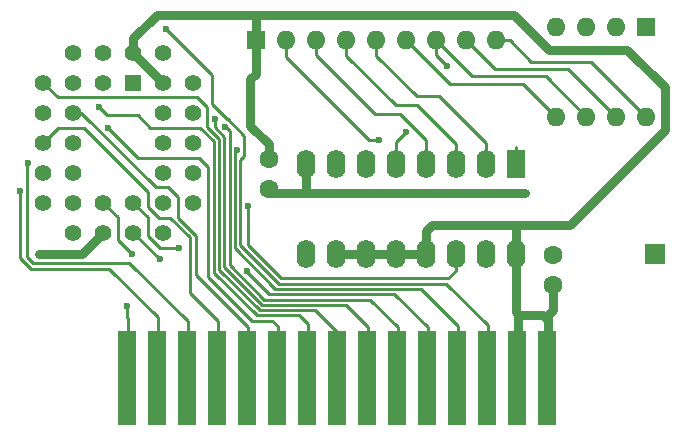
<source format=gbr>
%TF.GenerationSoftware,KiCad,Pcbnew,7.0.10*%
%TF.CreationDate,2024-04-12T13:43:35-04:00*%
%TF.ProjectId,cbm2romcart,63626d32-726f-46d6-9361-72742e6b6963,rev?*%
%TF.SameCoordinates,Original*%
%TF.FileFunction,Copper,L1,Top*%
%TF.FilePolarity,Positive*%
%FSLAX46Y46*%
G04 Gerber Fmt 4.6, Leading zero omitted, Abs format (unit mm)*
G04 Created by KiCad (PCBNEW 7.0.10) date 2024-04-12 13:43:35*
%MOMM*%
%LPD*%
G01*
G04 APERTURE LIST*
%TA.AperFunction,ComponentPad*%
%ADD10R,1.600000X1.600000*%
%TD*%
%TA.AperFunction,ComponentPad*%
%ADD11O,1.600000X1.600000*%
%TD*%
%TA.AperFunction,SMDPad,CuDef*%
%ADD12R,1.524000X8.000000*%
%TD*%
%TA.AperFunction,ComponentPad*%
%ADD13C,1.600000*%
%TD*%
%TA.AperFunction,ComponentPad*%
%ADD14R,1.600000X2.400000*%
%TD*%
%TA.AperFunction,ComponentPad*%
%ADD15O,1.600000X2.400000*%
%TD*%
%TA.AperFunction,ComponentPad*%
%ADD16R,1.422400X1.422400*%
%TD*%
%TA.AperFunction,ComponentPad*%
%ADD17C,1.422400*%
%TD*%
%TA.AperFunction,ComponentPad*%
%ADD18R,1.700000X1.700000*%
%TD*%
%TA.AperFunction,ViaPad*%
%ADD19C,0.600000*%
%TD*%
%TA.AperFunction,Conductor*%
%ADD20C,0.250000*%
%TD*%
%TA.AperFunction,Conductor*%
%ADD21C,0.750000*%
%TD*%
G04 APERTURE END LIST*
D10*
%TO.P,SW1,1*%
%TO.N,GND*%
X179832000Y-87579200D03*
D11*
%TO.P,SW1,2*%
X177292000Y-87579200D03*
%TO.P,SW1,3*%
X174752000Y-87579200D03*
%TO.P,SW1,4*%
X172212000Y-87579200D03*
%TO.P,SW1,5*%
%TO.N,Net-(RN1-R5)*%
X172212000Y-95199200D03*
%TO.P,SW1,6*%
%TO.N,ROMSET2*%
X174752000Y-95199200D03*
%TO.P,SW1,7*%
%TO.N,ROMSET1*%
X177292000Y-95199200D03*
%TO.P,SW1,8*%
%TO.N,ROMSET0*%
X179832000Y-95199200D03*
%TD*%
D12*
%TO.P,P1,15,+5V*%
%TO.N,5V*%
X171450000Y-117348000D03*
%TO.P,P1,14,+5V*%
X168910000Y-117348000D03*
%TO.P,P1,13,A12*%
%TO.N,A12*%
X166370000Y-117348000D03*
%TO.P,P1,12,A11*%
%TO.N,A11*%
X163830000Y-117348000D03*
%TO.P,P1,11,A10*%
%TO.N,A10*%
X161290000Y-117348000D03*
%TO.P,P1,10,A9*%
%TO.N,A9*%
X158750000Y-117348000D03*
%TO.P,P1,9,A8*%
%TO.N,A8*%
X156210000Y-117348000D03*
%TO.P,P1,8,A7*%
%TO.N,A7*%
X153670000Y-117348000D03*
%TO.P,P1,7,A6*%
%TO.N,A6*%
X151130000Y-117348000D03*
%TO.P,P1,6,A5*%
%TO.N,A5*%
X148590000Y-117348000D03*
%TO.P,P1,5,A4*%
%TO.N,A4*%
X146050000Y-117348000D03*
%TO.P,P1,4,A3*%
%TO.N,A3*%
X143510000Y-117348000D03*
%TO.P,P1,3,A2*%
%TO.N,A2*%
X140970000Y-117348000D03*
%TO.P,P1,2,A1*%
%TO.N,A1*%
X138430000Y-117348000D03*
%TO.P,P1,1,A0*%
%TO.N,A0*%
X135890000Y-117348000D03*
%TD*%
D13*
%TO.P,C2,1*%
%TO.N,5V*%
X147878800Y-98795200D03*
%TO.P,C2,2*%
%TO.N,GND*%
X147878800Y-101295200D03*
%TD*%
%TO.P,C1,1*%
%TO.N,5V*%
X171907200Y-109434000D03*
%TO.P,C1,2*%
%TO.N,GND*%
X171907200Y-106934000D03*
%TD*%
D14*
%TO.P,U1,1,I4*%
%TO.N,Net-(J1-Pin_1)*%
X168757600Y-99161600D03*
D15*
%TO.P,U1,2,I5*%
%TO.N,~{CSBANK3}*%
X166217600Y-99161600D03*
%TO.P,U1,3,I6*%
%TO.N,~{CSBANK2}*%
X163677600Y-99161600D03*
%TO.P,U1,4,I7*%
%TO.N,~{CSBANK1}*%
X161137600Y-99161600D03*
%TO.P,U1,5,EI*%
%TO.N,Net-(RN1-R5)*%
X158597600Y-99161600D03*
%TO.P,U1,6,S2*%
%TO.N,unconnected-(U1-S2-Pad6)*%
X156057600Y-99161600D03*
%TO.P,U1,7,S1*%
%TO.N,E14*%
X153517600Y-99161600D03*
%TO.P,U1,8,GND*%
%TO.N,GND*%
X150977600Y-99161600D03*
%TO.P,U1,9,S0*%
%TO.N,E13*%
X150977600Y-106781600D03*
%TO.P,U1,10,IO*%
%TO.N,5V*%
X153517600Y-106781600D03*
%TO.P,U1,11,I1*%
X156057600Y-106781600D03*
%TO.P,U1,12,I2*%
X158597600Y-106781600D03*
%TO.P,U1,13,I3*%
X161137600Y-106781600D03*
%TO.P,U1,14,GS*%
%TO.N,~{CS_ROM}*%
X163677600Y-106781600D03*
%TO.P,U1,15,EO*%
%TO.N,unconnected-(U1-EO-Pad15)*%
X166217600Y-106781600D03*
%TO.P,U1,16,VCC*%
%TO.N,5V*%
X168757600Y-106781600D03*
%TD*%
D16*
%TO.P,U2,1,VPP*%
%TO.N,unconnected-(U2-VPP-Pad1)*%
X136398000Y-92303600D03*
D17*
%TO.P,U2,2,A16*%
%TO.N,ROMSET1*%
X133858000Y-89763600D03*
%TO.P,U2,3,A15*%
%TO.N,ROMSET0*%
X133858000Y-92303600D03*
%TO.P,U2,4,A12*%
%TO.N,A12*%
X131318000Y-89763600D03*
%TO.P,U2,5,A7*%
%TO.N,A7*%
X128778000Y-92303600D03*
%TO.P,U2,6,A6*%
%TO.N,A6*%
X131318000Y-92303600D03*
%TO.P,U2,7,A5*%
%TO.N,A5*%
X128778000Y-94843600D03*
%TO.P,U2,8,A4*%
%TO.N,A4*%
X131318000Y-94843600D03*
%TO.P,U2,9,A3*%
%TO.N,A3*%
X128778000Y-97383600D03*
%TO.P,U2,10,A2*%
%TO.N,A2*%
X131318000Y-97383600D03*
%TO.P,U2,11,A1*%
%TO.N,A1*%
X128778000Y-99923600D03*
%TO.P,U2,12,A0*%
%TO.N,A0*%
X131318000Y-99923600D03*
%TO.P,U2,13,D0*%
%TO.N,D0*%
X128778000Y-102463600D03*
%TO.P,U2,14,D1*%
%TO.N,D1*%
X131318000Y-105003600D03*
%TO.P,U2,15,D2*%
%TO.N,D2*%
X131318000Y-102463600D03*
%TO.P,U2,16,GND*%
%TO.N,GND*%
X133858000Y-105003600D03*
%TO.P,U2,17,D3*%
%TO.N,D3*%
X133858000Y-102463600D03*
%TO.P,U2,18,D4*%
%TO.N,D4*%
X136398000Y-105003600D03*
%TO.P,U2,19,D5*%
%TO.N,D5*%
X136398000Y-102463600D03*
%TO.P,U2,20,D6*%
%TO.N,D6*%
X138938000Y-105003600D03*
%TO.P,U2,21,D7*%
%TO.N,D7*%
X141478000Y-102463600D03*
%TO.P,U2,22,~{CE}*%
%TO.N,GND*%
X138938000Y-102463600D03*
%TO.P,U2,23,A10*%
%TO.N,A10*%
X141478000Y-99923600D03*
%TO.P,U2,24,~{OE}*%
%TO.N,~{CS_ROM}*%
X138938000Y-99923600D03*
%TO.P,U2,25,A11*%
%TO.N,A11*%
X141478000Y-97383600D03*
%TO.P,U2,26,A9*%
%TO.N,A9*%
X138938000Y-97383600D03*
%TO.P,U2,27,A8*%
%TO.N,A8*%
X141478000Y-94843600D03*
%TO.P,U2,28,A13*%
%TO.N,E13*%
X138938000Y-94843600D03*
%TO.P,U2,29,A14*%
%TO.N,E14*%
X141478000Y-92303600D03*
%TO.P,U2,30,A17*%
%TO.N,ROMSET2*%
X138938000Y-89763600D03*
%TO.P,U2,31,~{PGM}*%
%TO.N,5V*%
X138938000Y-92303600D03*
%TO.P,U2,32,VCC*%
X136398000Y-89763600D03*
%TD*%
D11*
%TO.P,RN1,9,R8*%
%TO.N,ROMSET0*%
X167081200Y-88696800D03*
%TO.P,RN1,8,R7*%
%TO.N,ROMSET1*%
X164541200Y-88696800D03*
%TO.P,RN1,7,R6*%
%TO.N,ROMSET2*%
X162001200Y-88696800D03*
%TO.P,RN1,6,R5*%
%TO.N,Net-(RN1-R5)*%
X159461200Y-88696800D03*
%TO.P,RN1,5,R4*%
%TO.N,~{CSBANK3}*%
X156921200Y-88696800D03*
%TO.P,RN1,4,R3*%
%TO.N,~{CSBANK2}*%
X154381200Y-88696800D03*
%TO.P,RN1,3,R2*%
%TO.N,~{CSBANK1}*%
X151841200Y-88696800D03*
%TO.P,RN1,2,R1*%
%TO.N,Net-(J1-Pin_1)*%
X149301200Y-88696800D03*
D10*
%TO.P,RN1,1,common*%
%TO.N,5V*%
X146761200Y-88696800D03*
%TD*%
D18*
%TO.P,J1,1,Pin_1*%
%TO.N,Net-(J1-Pin_1)*%
X180594000Y-106781600D03*
%TD*%
D19*
%TO.N,ROMSET2*%
X162915600Y-90881200D03*
%TO.N,A0*%
X135890000Y-111252000D03*
%TO.N,Net-(RN1-R5)*%
X159461200Y-96504600D03*
%TO.N,GND*%
X169570400Y-101650800D03*
%TO.N,Net-(J1-Pin_1)*%
X157226000Y-97129600D03*
%TO.N,~{CS_ROM}*%
X146073000Y-102768400D03*
%TO.N,A10*%
X146034742Y-108270058D03*
%TO.N,D4*%
X138633200Y-107238800D03*
%TO.N,D3*%
X136245600Y-106832400D03*
%TO.N,D5*%
X140258800Y-106324400D03*
%TO.N,A2*%
X127457200Y-99110800D03*
%TO.N,A1*%
X126781400Y-101447600D03*
%TO.N,A8*%
X143271400Y-95385925D03*
%TO.N,A9*%
X144131138Y-96051262D03*
%TO.N,A12*%
X139141200Y-87782400D03*
%TO.N,GND*%
X128371600Y-106781600D03*
%TO.N,A6*%
X133451600Y-94335600D03*
%TO.N,A11*%
X145173000Y-98044000D03*
%TO.N,A5*%
X134264400Y-96113600D03*
%TD*%
D20*
%TO.N,A12*%
X166378200Y-112835000D02*
X166378200Y-117504400D01*
X162864400Y-109321200D02*
X166378200Y-112835000D01*
X148691200Y-109321200D02*
X162864400Y-109321200D01*
X145448000Y-106078000D02*
X148691200Y-109321200D01*
X145798000Y-98514750D02*
X145448000Y-98864750D01*
X145798000Y-96834240D02*
X145798000Y-98514750D01*
X145448000Y-98864750D02*
X145448000Y-106078000D01*
X144390022Y-95426262D02*
X145798000Y-96834240D01*
X143052800Y-91694000D02*
X143052800Y-94132400D01*
X143052800Y-94132400D02*
X144346662Y-95426262D01*
X144346662Y-95426262D02*
X144390022Y-95426262D01*
X139141200Y-87782400D02*
X143052800Y-91694000D01*
%TO.N,A11*%
X163838200Y-112885800D02*
X163838200Y-117504400D01*
X160723600Y-109771200D02*
X163838200Y-112885800D01*
X148419768Y-109771200D02*
X160723600Y-109771200D01*
X145173000Y-98044000D02*
X144998000Y-98219000D01*
X144998000Y-98219000D02*
X144998000Y-106349432D01*
X144998000Y-106349432D02*
X148419768Y-109771200D01*
D21*
%TO.N,5V*%
X146304000Y-95961200D02*
X146304000Y-91998800D01*
X146304000Y-91998800D02*
X146761200Y-91541600D01*
X147878800Y-97536000D02*
X146304000Y-95961200D01*
X147878800Y-98795200D02*
X147878800Y-97536000D01*
X146761200Y-91541600D02*
X146761200Y-88696800D01*
D20*
%TO.N,A6*%
X134162800Y-95046800D02*
X133451600Y-94335600D01*
X136753600Y-95046800D02*
X134162800Y-95046800D01*
X143198000Y-97274800D02*
X142036800Y-96113600D01*
X146819200Y-112021200D02*
X143198000Y-108400000D01*
X143198000Y-108400000D02*
X143198000Y-97274800D01*
X150375200Y-112021200D02*
X146819200Y-112021200D01*
X151138200Y-112784200D02*
X150375200Y-112021200D01*
X137820400Y-96113600D02*
X136753600Y-95046800D01*
X151138200Y-117504400D02*
X151138200Y-112784200D01*
X142036800Y-96113600D02*
X137820400Y-96113600D01*
%TO.N,A7*%
X129997200Y-93522800D02*
X128778000Y-92303600D01*
X141782800Y-93522800D02*
X129997200Y-93522800D01*
X142646400Y-94386400D02*
X141782800Y-93522800D01*
X142646400Y-96086804D02*
X142646400Y-94386400D01*
X143648000Y-97088404D02*
X142646400Y-96086804D01*
X147080400Y-111571200D02*
X143648000Y-108138800D01*
X143648000Y-108138800D02*
X143648000Y-97088404D01*
X153678200Y-113519404D02*
X151729996Y-111571200D01*
X151729996Y-111571200D02*
X147080400Y-111571200D01*
X153678200Y-117504400D02*
X153678200Y-113519404D01*
%TO.N,A8*%
X144098000Y-107952404D02*
X147266796Y-111121200D01*
X144098000Y-96902008D02*
X144098000Y-107952404D01*
X156218200Y-112987400D02*
X156218200Y-117504400D01*
X143271400Y-96075408D02*
X144098000Y-96902008D01*
X147266796Y-111121200D02*
X154352000Y-111121200D01*
X143271400Y-95385925D02*
X143271400Y-96075408D01*
X154352000Y-111121200D02*
X156218200Y-112987400D01*
%TO.N,A9*%
X158758200Y-113038200D02*
X158758200Y-117504400D01*
X156391200Y-110671200D02*
X158758200Y-113038200D01*
X144548000Y-107766008D02*
X147453192Y-110671200D01*
X144209662Y-96051262D02*
X144548000Y-96389600D01*
X144548000Y-96389600D02*
X144548000Y-107766008D01*
X147453192Y-110671200D02*
X156391200Y-110671200D01*
X144131138Y-96051262D02*
X144209662Y-96051262D01*
%TO.N,~{CS_ROM}*%
X163677600Y-108254800D02*
X163677600Y-106781600D01*
X148877596Y-108871200D02*
X163061200Y-108871200D01*
X146073000Y-106066604D02*
X148877596Y-108871200D01*
X163061200Y-108871200D02*
X163677600Y-108254800D01*
X146073000Y-102768400D02*
X146073000Y-106066604D01*
%TO.N,A5*%
X142748000Y-99466400D02*
X141935200Y-98653600D01*
X141935200Y-98653600D02*
X136804400Y-98653600D01*
X146456400Y-112471200D02*
X142748000Y-108762800D01*
X148132800Y-112471200D02*
X146456400Y-112471200D01*
X142748000Y-108762800D02*
X142748000Y-99466400D01*
X136804400Y-98653600D02*
X134264400Y-96113600D01*
X148598200Y-112936600D02*
X148132800Y-112471200D01*
X148598200Y-117504400D02*
X148598200Y-112936600D01*
%TO.N,A4*%
X146058200Y-112987400D02*
X146058200Y-117504400D01*
X141681200Y-105281604D02*
X141681200Y-108610400D01*
X140208000Y-102006400D02*
X140208000Y-103808404D01*
X131978400Y-94843600D02*
X138277600Y-101142800D01*
X139344400Y-101142800D02*
X140208000Y-102006400D01*
X141681200Y-108610400D02*
X146058200Y-112987400D01*
X131318000Y-94843600D02*
X131978400Y-94843600D01*
X138277600Y-101142800D02*
X139344400Y-101142800D01*
X140208000Y-103808404D02*
X141681200Y-105281604D01*
%TO.N,~{CSBANK3}*%
X156921200Y-88696800D02*
X156921200Y-90017600D01*
X156921200Y-90017600D02*
X160375600Y-93472000D01*
X160375600Y-93472000D02*
X162255200Y-93472000D01*
X162255200Y-93472000D02*
X166217600Y-97434400D01*
X166217600Y-97434400D02*
X166217600Y-99161600D01*
%TO.N,~{CSBANK1}*%
X161137600Y-97180400D02*
X161137600Y-99161600D01*
X158953200Y-94996000D02*
X161137600Y-97180400D01*
X151841200Y-88696800D02*
X151841200Y-89966800D01*
X151841200Y-89966800D02*
X156870400Y-94996000D01*
X156870400Y-94996000D02*
X158953200Y-94996000D01*
%TO.N,~{CSBANK2}*%
X158597600Y-94234000D02*
X160426400Y-94234000D01*
X160426400Y-94234000D02*
X163677600Y-97485200D01*
X163677600Y-97485200D02*
X163677600Y-99161600D01*
X154381200Y-90017600D02*
X158597600Y-94234000D01*
X154381200Y-88696800D02*
X154381200Y-90017600D01*
%TO.N,Net-(RN1-R5)*%
X163169600Y-92405200D02*
X169418000Y-92405200D01*
X169418000Y-92405200D02*
X172212000Y-95199200D01*
X159461200Y-88696800D02*
X163169600Y-92405200D01*
%TO.N,ROMSET2*%
X162001200Y-89966800D02*
X162915600Y-90881200D01*
X162001200Y-88696800D02*
X162001200Y-89966800D01*
%TO.N,Net-(RN1-R5)*%
X158597600Y-97368200D02*
X158597600Y-99161600D01*
X159461200Y-96504600D02*
X158597600Y-97368200D01*
%TO.N,ROMSET2*%
X171297600Y-91744800D02*
X174752000Y-95199200D01*
X165049200Y-91744800D02*
X171297600Y-91744800D01*
X162001200Y-88696800D02*
X165049200Y-91744800D01*
%TO.N,ROMSET1*%
X173228000Y-91135200D02*
X177292000Y-95199200D01*
X166979600Y-91135200D02*
X173228000Y-91135200D01*
X164541200Y-88696800D02*
X166979600Y-91135200D01*
%TO.N,ROMSET0*%
X170078400Y-90525600D02*
X175158400Y-90525600D01*
X168249600Y-88696800D02*
X170078400Y-90525600D01*
X167081200Y-88696800D02*
X168249600Y-88696800D01*
X175158400Y-90525600D02*
X179832000Y-95199200D01*
D21*
%TO.N,5V*%
X178206400Y-89509600D02*
X181406800Y-92710000D01*
X171602400Y-89509600D02*
X178206400Y-89509600D01*
X181406800Y-96316800D02*
X173329600Y-104394000D01*
X168656000Y-86563200D02*
X171602400Y-89509600D01*
X181406800Y-92710000D02*
X181406800Y-96316800D01*
X173329600Y-104394000D02*
X168706800Y-104394000D01*
X146710400Y-86563200D02*
X168656000Y-86563200D01*
D20*
%TO.N,A1*%
X127762000Y-108102400D02*
X134366000Y-108102400D01*
X126796800Y-101463000D02*
X126796800Y-107137200D01*
X126796800Y-107137200D02*
X127762000Y-108102400D01*
X134366000Y-108102400D02*
X138438200Y-112174600D01*
X138438200Y-112174600D02*
X138438200Y-117504400D01*
X126781400Y-101447600D02*
X126796800Y-101463000D01*
%TO.N,A2*%
X140978200Y-112522000D02*
X140978200Y-117504400D01*
X136050600Y-107594400D02*
X140978200Y-112522000D01*
X127406400Y-107086400D02*
X127914400Y-107594400D01*
X127914400Y-107594400D02*
X136050600Y-107594400D01*
X127457200Y-99110800D02*
X127406400Y-99161600D01*
X127406400Y-99161600D02*
X127406400Y-107086400D01*
%TO.N,A0*%
X135890000Y-112217200D02*
X135898200Y-112225400D01*
X135890000Y-111252000D02*
X135890000Y-112217200D01*
X135898200Y-112225400D02*
X135898200Y-117504400D01*
D21*
%TO.N,5V*%
X138379200Y-86563200D02*
X146710400Y-86563200D01*
X136398000Y-89763600D02*
X136398000Y-88544400D01*
X136398000Y-88544400D02*
X138379200Y-86563200D01*
X146761200Y-86614000D02*
X146710400Y-86563200D01*
X146761200Y-88696800D02*
X146761200Y-86614000D01*
X168757600Y-104444800D02*
X168706800Y-104394000D01*
X168757600Y-106781600D02*
X168757600Y-104444800D01*
X168706800Y-104394000D02*
X168148000Y-104394000D01*
%TO.N,GND*%
X150977600Y-101600000D02*
X150977600Y-99161600D01*
X150926800Y-101650800D02*
X150977600Y-101600000D01*
X150926800Y-101650800D02*
X148234400Y-101650800D01*
X152044400Y-101650800D02*
X150926800Y-101650800D01*
%TO.N,5V*%
X168757600Y-111709200D02*
X169062400Y-112014000D01*
X168757600Y-106781600D02*
X168757600Y-111709200D01*
X171458200Y-112005800D02*
X171907200Y-111556800D01*
X171907200Y-111556800D02*
X171907200Y-109434000D01*
%TO.N,GND*%
X169570400Y-101650800D02*
X158699200Y-101650800D01*
X158699200Y-101650800D02*
X152044400Y-101650800D01*
D20*
%TO.N,Net-(J1-Pin_1)*%
X149301200Y-90119200D02*
X149301200Y-88696800D01*
X157226000Y-97129600D02*
X156311600Y-97129600D01*
X156311600Y-97129600D02*
X149301200Y-90119200D01*
D21*
%TO.N,GND*%
X148234400Y-101650800D02*
X147878800Y-101295200D01*
%TO.N,5V*%
X171458200Y-112005800D02*
X171458200Y-112928400D01*
D20*
%TO.N,A3*%
X143518200Y-112471200D02*
X143518200Y-117504400D01*
X141173200Y-110126200D02*
X143518200Y-112471200D01*
X141173200Y-105410000D02*
X141173200Y-110126200D01*
X138531600Y-103733600D02*
X139496800Y-103733600D01*
X137668000Y-101600000D02*
X137668000Y-102870000D01*
X132181600Y-96113600D02*
X137668000Y-101600000D01*
X139496800Y-103733600D02*
X141173200Y-105410000D01*
X130048000Y-96113600D02*
X132181600Y-96113600D01*
X137668000Y-102870000D02*
X138531600Y-103733600D01*
X128778000Y-97383600D02*
X130048000Y-96113600D01*
%TO.N,A10*%
X158481200Y-110221200D02*
X161298200Y-113038200D01*
X161298200Y-113038200D02*
X161298200Y-117504400D01*
X147914800Y-110221200D02*
X158481200Y-110221200D01*
X145999200Y-108305600D02*
X147914800Y-110221200D01*
D21*
%TO.N,5V*%
X171458200Y-112928400D02*
X171458200Y-112377800D01*
X171458200Y-117504400D02*
X171458200Y-112928400D01*
D20*
%TO.N,D5*%
X137617200Y-103682800D02*
X136398000Y-102463600D01*
X138633200Y-106324400D02*
X137617200Y-105308400D01*
X137617200Y-105308400D02*
X137617200Y-103682800D01*
X140258800Y-106324400D02*
X138633200Y-106324400D01*
%TO.N,D4*%
X138633200Y-107238800D02*
X136398000Y-105003600D01*
%TO.N,Net-(J1-Pin_1)*%
X168757600Y-97739200D02*
X168757600Y-99161600D01*
D21*
%TO.N,5V*%
X161137600Y-104902000D02*
X161645600Y-104394000D01*
X161645600Y-104394000D02*
X168148000Y-104394000D01*
X161137600Y-106781600D02*
X161137600Y-104902000D01*
X158597600Y-106781600D02*
X161137600Y-106781600D01*
X156057600Y-106781600D02*
X158597600Y-106781600D01*
X153517600Y-106781600D02*
X156057600Y-106781600D01*
D20*
%TO.N,D3*%
X136245600Y-106832400D02*
X135077200Y-105664000D01*
X135077200Y-105664000D02*
X135077200Y-103682800D01*
X135077200Y-103682800D02*
X133858000Y-102463600D01*
D21*
%TO.N,5V*%
X171094400Y-112014000D02*
X169062400Y-112014000D01*
X169062400Y-112014000D02*
X168960800Y-112115600D01*
X168960800Y-112115600D02*
X168960800Y-117461800D01*
X171458200Y-112377800D02*
X171094400Y-112014000D01*
%TO.N,GND*%
X132080000Y-106781600D02*
X133858000Y-105003600D01*
X128371600Y-106781600D02*
X132080000Y-106781600D01*
%TO.N,5V*%
X136398000Y-89763600D02*
X138938000Y-92303600D01*
X168960800Y-117461800D02*
X168918200Y-117504400D01*
D20*
X168918200Y-112818600D02*
X168960800Y-112776000D01*
X168918200Y-117504400D02*
X168918200Y-112818600D01*
%TD*%
M02*

</source>
